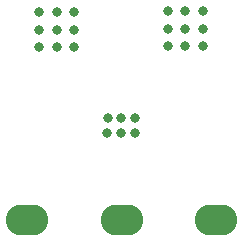
<source format=gbs>
G04*
G04 #@! TF.GenerationSoftware,Altium Limited,Altium Designer,19.1.8 (144)*
G04*
G04 Layer_Color=16711935*
%FSLAX25Y25*%
%MOIN*%
G70*
G01*
G75*
G04:AMPARAMS|DCode=22|XSize=102.36mil|YSize=141.73mil|CornerRadius=51.18mil|HoleSize=0mil|Usage=FLASHONLY|Rotation=90.000|XOffset=0mil|YOffset=0mil|HoleType=Round|Shape=RoundedRectangle|*
%AMROUNDEDRECTD22*
21,1,0.10236,0.03937,0,0,90.0*
21,1,0.00000,0.14173,0,0,90.0*
1,1,0.10236,0.01968,0.00000*
1,1,0.10236,0.01968,0.00000*
1,1,0.10236,-0.01968,0.00000*
1,1,0.10236,-0.01968,0.00000*
%
%ADD22ROUNDEDRECTD22*%
%ADD23C,0.03150*%
D22*
X9843Y7874D02*
D03*
X72835D02*
D03*
X41339D02*
D03*
D23*
X36673Y41929D02*
D03*
X36654Y36811D02*
D03*
X41180D02*
D03*
X25599Y71260D02*
D03*
X19689D02*
D03*
X25599Y77165D02*
D03*
X13780D02*
D03*
X19689D02*
D03*
X13780Y71260D02*
D03*
X19689Y65354D02*
D03*
X13780D02*
D03*
X25599D02*
D03*
X68512Y65748D02*
D03*
X56693D02*
D03*
X62603D02*
D03*
X56693Y71653D02*
D03*
X62603Y77559D02*
D03*
X56693D02*
D03*
X68512D02*
D03*
X62603Y71653D02*
D03*
X68512D02*
D03*
X41180Y41929D02*
D03*
X45661D02*
D03*
Y36811D02*
D03*
M02*

</source>
